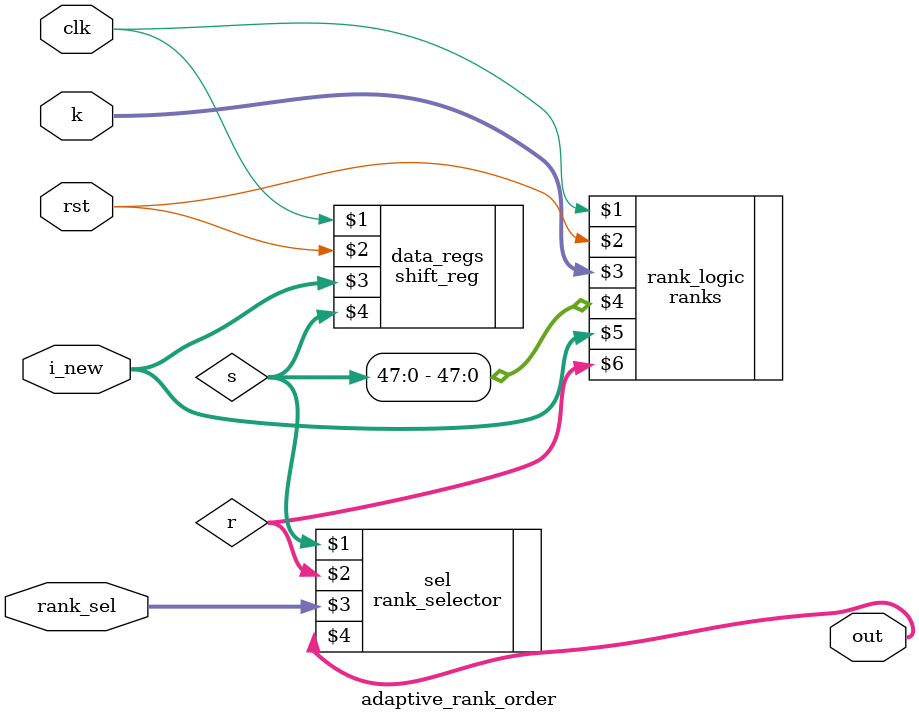
<source format=v>
module adaptive_rank_order #(
    parameter N = 7,
    parameter data_bits = 8,
    parameter rank_bits = $clog2(N+1)
) (
    input clk,
    input rst,
    input [data_bits-1 : 0] i_new,
    input [win_sel - 1 : 0] k,
    input [rank_bits -1 : 0] rank_sel,
    output [data_bits-1 : 0] out
);
    parameter win_sel = (N-3) / 2;
    wire [data_bits*N-1:0] s;
    wire [rank_bits*N-1:0] r;

    shift_reg #(data_bits, N) data_regs(clk, rst, i_new, s);

    ranks #(data_bits, rank_bits, N) 
        rank_logic (clk, 
           rst,
           k,
           s[data_bits * (N-1) -1 : 0],
           i_new,
           r);

    rank_selector #(N,data_bits, rank_bits) 
        sel(s,r, rank_sel ,out); 

endmodule
</source>
